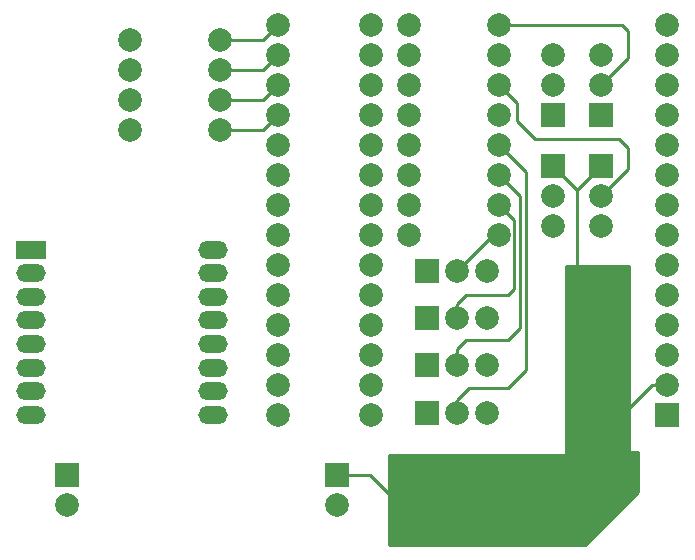
<source format=gbr>
%TF.GenerationSoftware,KiCad,Pcbnew,(5.1.6)-1*%
%TF.CreationDate,2020-12-09T17:23:27+01:00*%
%TF.ProjectId,ESP8266 w altanie,45535038-3236-4362-9077-20616c74616e,3*%
%TF.SameCoordinates,Original*%
%TF.FileFunction,Copper,L2,Bot*%
%TF.FilePolarity,Positive*%
%FSLAX46Y46*%
G04 Gerber Fmt 4.6, Leading zero omitted, Abs format (unit mm)*
G04 Created by KiCad (PCBNEW (5.1.6)-1) date 2020-12-09 17:23:27*
%MOMM*%
%LPD*%
G01*
G04 APERTURE LIST*
%TA.AperFunction,ComponentPad*%
%ADD10O,2.500000X1.500000*%
%TD*%
%TA.AperFunction,ComponentPad*%
%ADD11R,2.500000X1.500000*%
%TD*%
%TA.AperFunction,ComponentPad*%
%ADD12R,2.000000X2.000000*%
%TD*%
%TA.AperFunction,ComponentPad*%
%ADD13C,2.000000*%
%TD*%
%TA.AperFunction,Conductor*%
%ADD14C,0.250000*%
%TD*%
%TA.AperFunction,Conductor*%
%ADD15C,0.254000*%
%TD*%
G04 APERTURE END LIST*
D10*
%TO.P,U3,16*%
%TO.N,N/C*%
X36544000Y-45182000D03*
%TO.P,U3,15*%
X36544000Y-47182000D03*
%TO.P,U3,14*%
X36544000Y-49182000D03*
%TO.P,U3,13*%
X36544000Y-51182000D03*
%TO.P,U3,12*%
X36544000Y-53182000D03*
%TO.P,U3,11*%
X36544000Y-55182000D03*
%TO.P,U3,10*%
%TO.N,GND*%
X36544000Y-57182000D03*
%TO.P,U3,9*%
X36544000Y-59182000D03*
%TO.P,U3,8*%
%TO.N,N/C*%
X21144000Y-59182000D03*
%TO.P,U3,7*%
X21144000Y-57182000D03*
%TO.P,U3,6*%
X21144000Y-55182000D03*
%TO.P,U3,5*%
X21144000Y-53182000D03*
%TO.P,U3,4*%
X21144000Y-51182000D03*
%TO.P,U3,3*%
X21144000Y-49182000D03*
%TO.P,U3,2*%
X21144000Y-47182000D03*
D11*
%TO.P,U3,1*%
X21144000Y-45182000D03*
%TD*%
D12*
%TO.P,U2,1*%
%TO.N,GND*%
X24130000Y-64262000D03*
D13*
%TO.P,U2,3*%
%TO.N,N/C*%
X24130000Y-66802000D03*
%TO.P,U2,2*%
X46990000Y-66802000D03*
D12*
%TO.P,U2,1*%
%TO.N,GND*%
X46990000Y-64262000D03*
%TD*%
D13*
%TO.P,REF\u002A\u002A,14*%
%TO.N,N/C*%
X74930000Y-26162000D03*
%TO.P,REF\u002A\u002A,13*%
X74930000Y-28702000D03*
%TO.P,REF\u002A\u002A,12*%
X74930000Y-31242000D03*
%TO.P,REF\u002A\u002A,11*%
X74930000Y-33782000D03*
%TO.P,REF\u002A\u002A,10*%
X74930000Y-36322000D03*
%TO.P,REF\u002A\u002A,9*%
X74930000Y-38862000D03*
%TO.P,REF\u002A\u002A,8*%
X74930000Y-41402000D03*
%TO.P,REF\u002A\u002A,7*%
X74930000Y-43942000D03*
%TO.P,REF\u002A\u002A,6*%
X74930000Y-46482000D03*
%TO.P,REF\u002A\u002A,5*%
X74930000Y-49022000D03*
%TO.P,REF\u002A\u002A,4*%
X74930000Y-51562000D03*
%TO.P,REF\u002A\u002A,3*%
X74930000Y-54102000D03*
%TO.P,REF\u002A\u002A,2*%
%TO.N,GND*%
X74930000Y-56642000D03*
D12*
%TO.P,REF\u002A\u002A,1*%
%TO.N,N/C*%
X74930000Y-59182000D03*
%TD*%
D13*
%TO.P,R1,2*%
%TO.N,N/C*%
X29464000Y-27432000D03*
%TO.P,R1,1*%
X37084000Y-27432000D03*
%TD*%
%TO.P,IC1,1*%
%TO.N,N/C*%
X42005000Y-26162000D03*
%TO.P,IC1,2*%
X42005000Y-28702000D03*
%TO.P,IC1,3*%
X42005000Y-31242000D03*
%TO.P,IC1,4*%
X42005000Y-33782000D03*
%TO.P,IC1,5*%
X42005000Y-36322000D03*
%TO.P,IC1,6*%
X42005000Y-38862000D03*
%TO.P,IC1,7*%
X42005000Y-41402000D03*
%TO.P,IC1,8*%
X42005000Y-43942000D03*
%TO.P,IC1,9*%
X42005000Y-46482000D03*
%TO.P,IC1,10*%
%TO.N,GND*%
X42005000Y-49022000D03*
%TO.P,IC1,11*%
%TO.N,N/C*%
X42005000Y-51562000D03*
%TO.P,IC1,12*%
X42005000Y-54102000D03*
%TO.P,IC1,13*%
X42005000Y-56642000D03*
%TO.P,IC1,14*%
X42005000Y-59182000D03*
%TO.P,IC1,15*%
%TO.N,GND*%
X49943000Y-59182000D03*
%TO.P,IC1,16*%
X49943000Y-56642000D03*
%TO.P,IC1,17*%
X49943000Y-54102000D03*
%TO.P,IC1,18*%
%TO.N,N/C*%
X49943000Y-51562000D03*
%TO.P,IC1,19*%
X49943000Y-49022000D03*
%TO.P,IC1,20*%
X49943000Y-46482000D03*
%TO.P,IC1,21*%
X49943000Y-43942000D03*
%TO.P,IC1,22*%
X49943000Y-41402000D03*
%TO.P,IC1,23*%
X49943000Y-38862000D03*
%TO.P,IC1,24*%
X49943000Y-36322000D03*
%TO.P,IC1,25*%
X49943000Y-33782000D03*
%TO.P,IC1,26*%
X49943000Y-31242000D03*
%TO.P,IC1,27*%
X49943000Y-28702000D03*
%TO.P,IC1,28*%
X49943000Y-26162000D03*
%TD*%
%TO.P,R4,2*%
%TO.N,N/C*%
X29464000Y-35052000D03*
%TO.P,R4,1*%
X37084000Y-35052000D03*
%TD*%
%TO.P,R3,2*%
%TO.N,N/C*%
X29464000Y-32512000D03*
%TO.P,R3,1*%
X37084000Y-32512000D03*
%TD*%
%TO.P,R2,2*%
%TO.N,N/C*%
X29464000Y-29972000D03*
%TO.P,R2,1*%
X37084000Y-29972000D03*
%TD*%
%TO.P,Q1,3*%
%TO.N,N/C*%
X69342000Y-43180000D03*
%TO.P,Q1,2*%
X69342000Y-40640000D03*
D12*
%TO.P,Q1,1*%
%TO.N,GND*%
X69342000Y-38100000D03*
%TD*%
D13*
%TO.P,Q3,3*%
%TO.N,N/C*%
X69342000Y-28702000D03*
%TO.P,Q3,2*%
X69342000Y-31242000D03*
D12*
%TO.P,Q3,1*%
%TO.N,GND*%
X69342000Y-33782000D03*
%TD*%
D13*
%TO.P,Q4,3*%
%TO.N,N/C*%
X65278000Y-28702000D03*
%TO.P,Q4,2*%
X65278000Y-31242000D03*
D12*
%TO.P,Q4,1*%
%TO.N,GND*%
X65278000Y-33782000D03*
%TD*%
D13*
%TO.P,Q2,3*%
%TO.N,N/C*%
X65278000Y-43180000D03*
%TO.P,Q2,2*%
X65278000Y-40640000D03*
D12*
%TO.P,Q2,1*%
%TO.N,GND*%
X65278000Y-38100000D03*
%TD*%
D13*
%TO.P,Q5,3*%
%TO.N,N/C*%
X59690000Y-58990000D03*
%TO.P,Q5,2*%
X57150000Y-58990000D03*
D12*
%TO.P,Q5,1*%
%TO.N,GND*%
X54610000Y-58990000D03*
%TD*%
D13*
%TO.P,Q6,3*%
%TO.N,N/C*%
X59690000Y-54990000D03*
%TO.P,Q6,2*%
X57150000Y-54990000D03*
D12*
%TO.P,Q6,1*%
%TO.N,GND*%
X54610000Y-54990000D03*
%TD*%
D13*
%TO.P,Q7,3*%
%TO.N,N/C*%
X59690000Y-50990000D03*
%TO.P,Q7,2*%
X57150000Y-50990000D03*
D12*
%TO.P,Q7,1*%
%TO.N,GND*%
X54610000Y-50990000D03*
%TD*%
D13*
%TO.P,R12,2*%
%TO.N,N/C*%
X60706000Y-43942000D03*
%TO.P,R12,1*%
X53086000Y-43942000D03*
%TD*%
%TO.P,R11,2*%
%TO.N,N/C*%
X60706000Y-41402000D03*
%TO.P,R11,1*%
X53086000Y-41402000D03*
%TD*%
%TO.P,R10,2*%
%TO.N,N/C*%
X60706000Y-38862000D03*
%TO.P,R10,1*%
X53086000Y-38862000D03*
%TD*%
%TO.P,R9,2*%
%TO.N,N/C*%
X60706000Y-36322000D03*
%TO.P,R9,1*%
X53086000Y-36322000D03*
%TD*%
%TO.P,R8,2*%
%TO.N,N/C*%
X60706000Y-33782000D03*
%TO.P,R8,1*%
X53086000Y-33782000D03*
%TD*%
%TO.P,R7,2*%
%TO.N,N/C*%
X60706000Y-31242000D03*
%TO.P,R7,1*%
X53086000Y-31242000D03*
%TD*%
%TO.P,R6,2*%
%TO.N,N/C*%
X60706000Y-28702000D03*
%TO.P,R6,1*%
X53086000Y-28702000D03*
%TD*%
%TO.P,Q8,3*%
%TO.N,N/C*%
X59690000Y-46990000D03*
%TO.P,Q8,2*%
X57150000Y-46990000D03*
D12*
%TO.P,Q8,1*%
%TO.N,GND*%
X54610000Y-46990000D03*
%TD*%
D13*
%TO.P,R5,2*%
%TO.N,N/C*%
X60706000Y-26162000D03*
%TO.P,R5,1*%
X53086000Y-26162000D03*
%TD*%
D14*
%TO.N,*%
X57150000Y-54990000D02*
X57150000Y-53594000D01*
X57150000Y-53594000D02*
X57912000Y-52832000D01*
X57912000Y-52832000D02*
X61468000Y-52832000D01*
X61468000Y-52832000D02*
X62484000Y-51816000D01*
X62484000Y-51816000D02*
X62484000Y-43180000D01*
X60198000Y-43942000D02*
X60706000Y-43942000D01*
X57150000Y-46990000D02*
X60198000Y-43942000D01*
X71628000Y-26670000D02*
X71628000Y-28956000D01*
X71628000Y-28956000D02*
X69342000Y-31242000D01*
X61976000Y-26162000D02*
X71120000Y-26162000D01*
X71120000Y-26162000D02*
X71628000Y-26670000D01*
X40735000Y-35052000D02*
X42005000Y-33782000D01*
X37084000Y-35052000D02*
X40735000Y-35052000D01*
X40735000Y-32512000D02*
X42005000Y-31242000D01*
X37084000Y-32512000D02*
X40735000Y-32512000D01*
X40735000Y-29972000D02*
X42005000Y-28702000D01*
X37084000Y-29972000D02*
X40735000Y-29972000D01*
X40735000Y-27432000D02*
X42005000Y-26162000D01*
X37084000Y-27432000D02*
X40735000Y-27432000D01*
X71628000Y-38354000D02*
X69342000Y-40640000D01*
X71628000Y-36576000D02*
X71628000Y-38354000D01*
X70866000Y-35814000D02*
X71628000Y-36576000D01*
X60706000Y-31242000D02*
X62230000Y-32766000D01*
X63754000Y-35814000D02*
X70866000Y-35814000D01*
X57150000Y-49784000D02*
X57912000Y-49022000D01*
X61468000Y-49022000D02*
X61976000Y-48514000D01*
X57150000Y-50990000D02*
X57150000Y-49784000D01*
X61976000Y-48514000D02*
X61976000Y-45212000D01*
X57912000Y-49022000D02*
X61468000Y-49022000D01*
X61976000Y-42672000D02*
X60706000Y-41402000D01*
X61976000Y-45212000D02*
X61976000Y-42672000D01*
X62484000Y-40640000D02*
X60706000Y-38862000D01*
X62484000Y-43180000D02*
X62484000Y-40640000D01*
X63754000Y-35814000D02*
X62230000Y-34290000D01*
X62230000Y-32766000D02*
X62230000Y-34290000D01*
X62992000Y-38608000D02*
X60706000Y-36322000D01*
X57150000Y-57912000D02*
X58166000Y-56896000D01*
X57150000Y-58990000D02*
X57150000Y-57912000D01*
X58166000Y-56896000D02*
X61468000Y-56896000D01*
X61468000Y-56896000D02*
X62992000Y-55372000D01*
X62992000Y-55372000D02*
X62992000Y-38608000D01*
X61976000Y-26162000D02*
X60706000Y-26162000D01*
%TO.N,GND*%
X67310000Y-40132000D02*
X69342000Y-38100000D01*
X65278000Y-38100000D02*
X67310000Y-40132000D01*
X46990000Y-64262000D02*
X48514000Y-64262000D01*
X73660000Y-56642000D02*
X74930000Y-56642000D01*
X68834000Y-58674000D02*
X71628000Y-58674000D01*
X71628000Y-58674000D02*
X73660000Y-56642000D01*
X67310000Y-40132000D02*
X67310000Y-57150000D01*
X67310000Y-57150000D02*
X68834000Y-58674000D01*
X68834000Y-58674000D02*
X68834000Y-65278000D01*
X68834000Y-65278000D02*
X66802000Y-67310000D01*
X66802000Y-67310000D02*
X52832000Y-67310000D01*
X49784000Y-64262000D02*
X46990000Y-64262000D01*
X52832000Y-67310000D02*
X49784000Y-64262000D01*
%TD*%
D15*
%TO.N,GND*%
G36*
X71755000Y-62230000D02*
G01*
X71757440Y-62254776D01*
X71764667Y-62278601D01*
X71776403Y-62300557D01*
X71792197Y-62319803D01*
X71811443Y-62335597D01*
X71833399Y-62347333D01*
X71857224Y-62354560D01*
X71882000Y-62357000D01*
X72517000Y-62357000D01*
X72517000Y-65733394D01*
X68044394Y-70206000D01*
X51435000Y-70206000D01*
X51435000Y-62611000D01*
X66294000Y-62611000D01*
X66318776Y-62608560D01*
X66342601Y-62601333D01*
X66364557Y-62589597D01*
X66383803Y-62573803D01*
X66399597Y-62554557D01*
X66411333Y-62532601D01*
X66418560Y-62508776D01*
X66421000Y-62484000D01*
X66421000Y-46609000D01*
X71755000Y-46609000D01*
X71755000Y-62230000D01*
G37*
X71755000Y-62230000D02*
X71757440Y-62254776D01*
X71764667Y-62278601D01*
X71776403Y-62300557D01*
X71792197Y-62319803D01*
X71811443Y-62335597D01*
X71833399Y-62347333D01*
X71857224Y-62354560D01*
X71882000Y-62357000D01*
X72517000Y-62357000D01*
X72517000Y-65733394D01*
X68044394Y-70206000D01*
X51435000Y-70206000D01*
X51435000Y-62611000D01*
X66294000Y-62611000D01*
X66318776Y-62608560D01*
X66342601Y-62601333D01*
X66364557Y-62589597D01*
X66383803Y-62573803D01*
X66399597Y-62554557D01*
X66411333Y-62532601D01*
X66418560Y-62508776D01*
X66421000Y-62484000D01*
X66421000Y-46609000D01*
X71755000Y-46609000D01*
X71755000Y-62230000D01*
%TD*%
M02*

</source>
